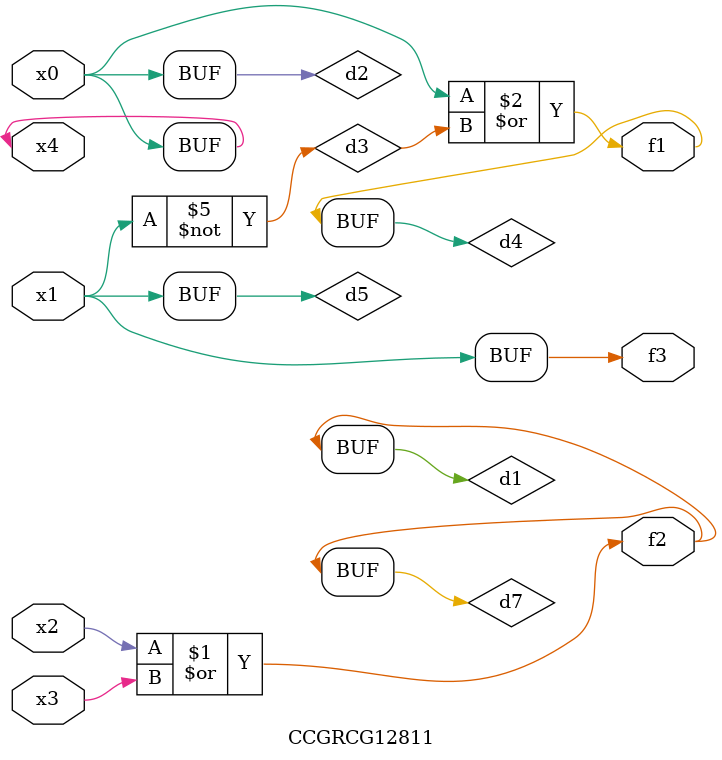
<source format=v>
module CCGRCG12811(
	input x0, x1, x2, x3, x4,
	output f1, f2, f3
);

	wire d1, d2, d3, d4, d5, d6, d7;

	or (d1, x2, x3);
	buf (d2, x0, x4);
	not (d3, x1);
	or (d4, d2, d3);
	not (d5, d3);
	nand (d6, d1, d3);
	or (d7, d1);
	assign f1 = d4;
	assign f2 = d7;
	assign f3 = d5;
endmodule

</source>
